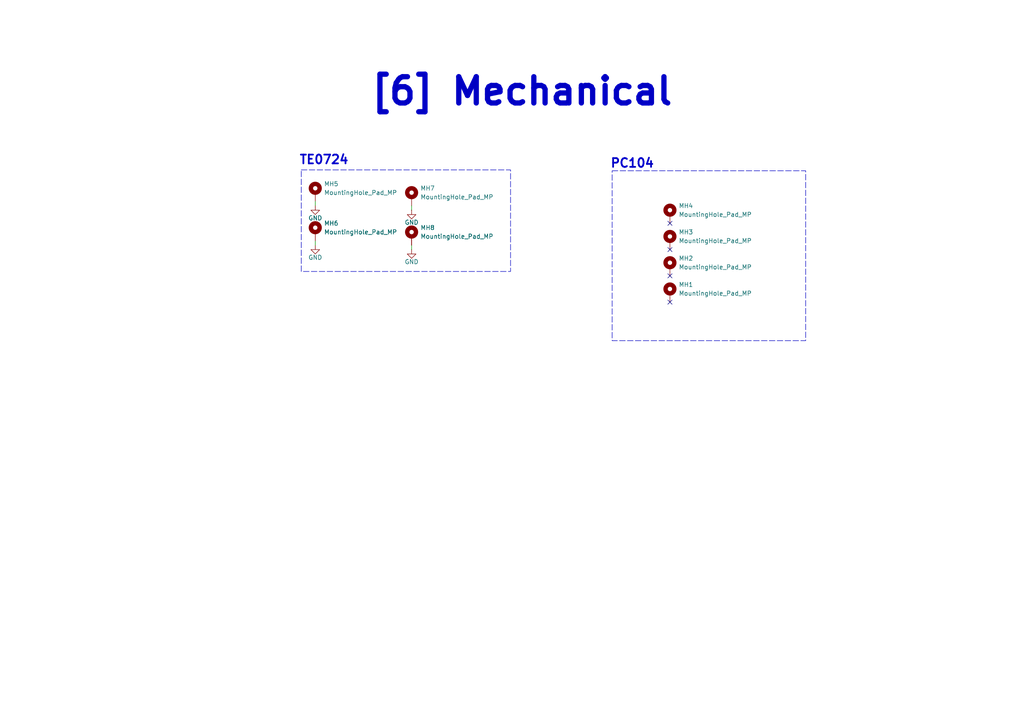
<source format=kicad_sch>
(kicad_sch (version 20250114) (generator "eeschema") (generator_version "9.0")
  (paper "A4")
  (lib_symbols
    (symbol "Mechanical:MountingHole_Pad_MP" (pin_numbers (hide yes)) (pin_names (offset 1.016) (hide yes)) (in_bom no)
      (property "Reference" "H" (at 0 6.35 0))
      (property "Value" "MountingHole_Pad_MP" (at 0 4.445 0))
      (symbol "MountingHole_Pad_MP_0_1"
        (circle (center 0 1.27) (radius 1.27) (stroke (width 1.27)))
      )
      (symbol "MountingHole_Pad_MP_1_1"
        (pin input line (at 0 -2.54 90) (length 2.54) (name "MP") (number "MP"))
      )
    )
    (symbol "power:GND" (power) (pin_numbers (hide yes)) (pin_names (offset 0) (hide yes))
      (property "Value" "GND" (at 0 -3.81 0))
      (symbol "GND_0_1"
        (polyline (pts (xy 0 0) (xy 0 -1.27) (xy 1.27 -1.27) (xy 0 -2.54) (xy -1.27 -1.27) (xy 0 -1.27)))
      )
      (symbol "GND_1_1"
        (pin power_in line (at 0 0 270) (length 0) (name "~") (number "1"))
      )
    )
  )
  (rectangle (start 87.376 49.276) (end 148.082 78.74) (stroke (width 0) (type dash)))
  (rectangle (start 177.546 49.53) (end 233.68 98.806) (stroke (width 0) (type dash)))
  (text "PC104" (at 183.388 47.498 0) (effects (font (size 2.54 2.54) (thickness 0.508) (bold yes))))
  (text "[6] Mechanical" (at 151.384 26.67 0) (effects (font (size 7.62 7.62) (thickness 1.524) (bold yes))))
  (text "TE0724" (at 93.98 46.482 0) (effects (font (size 2.54 2.54) (thickness 0.508) (bold yes))))
  (no_connect (at 194.31 80.01))
  (no_connect (at 194.31 87.63))
  (no_connect (at 194.31 64.77))
  (no_connect (at 194.31 72.39))
  (wire (pts (xy 119.38 72.39) (xy 119.38 71.12)))
  (wire (pts (xy 91.44 59.69) (xy 91.44 58.42)))
  (wire (pts (xy 119.38 60.96) (xy 119.38 59.69)))
  (wire (pts (xy 91.44 71.12) (xy 91.44 69.85)))
  (symbol (lib_id "power:GND") (at 119.38 60.96 0) (unit 1)
    (property "Reference" "#PWR035" (effects (hide yes)))
    (property "Value" "GND" (at 119.38 64.516 0))
    (property "Description" "Power symbol creates a global label with name \"GND\" , ground" (effects (hide yes)))
  )
  (symbol (lib_id "Mechanical:MountingHole_Pad_MP") (at 194.31 85.09 0) (unit 1) (in_bom no)
    (property "Reference" "MH1" (at 196.85 82.5499 0) (effects (justify left)))
    (property "Value" "MountingHole_Pad_MP" (at 196.85 85.0899 0) (effects (justify left)))
    (property "Footprint" "adapter:MountingHole_3.18mm_6.35mm_Pad" (effects (hide yes)))
    (property "Description" "Mounting Hole with connection as pad named MP" (effects (hide yes)))
  )
  (symbol (lib_id "Mechanical:MountingHole_Pad_MP") (at 119.38 57.15 0) (unit 1) (in_bom no)
    (property "Reference" "MH7" (at 121.92 54.6099 0) (effects (justify left)))
    (property "Value" "MountingHole_Pad_MP" (at 121.92 57.1499 0) (effects (justify left)))
    (property "Footprint" "MountingHole:MountingHole_2.2mm_M2_Pad_Via" (effects (hide yes)))
    (property "Description" "Mounting Hole with connection as pad named MP" (effects (hide yes)))
  )
  (symbol (lib_id "Mechanical:MountingHole_Pad_MP") (at 119.38 68.58 0) (unit 1) (in_bom no)
    (property "Reference" "MH8" (at 121.92 66.0399 0) (effects (justify left)))
    (property "Value" "MountingHole_Pad_MP" (at 121.92 68.5799 0) (effects (justify left)))
    (property "Footprint" "MountingHole:MountingHole_2.2mm_M2_Pad_Via" (effects (hide yes)))
    (property "Description" "Mounting Hole with connection as pad named MP" (effects (hide yes)))
  )
  (symbol (lib_id "Mechanical:MountingHole_Pad_MP") (at 194.31 69.85 0) (unit 1) (in_bom no)
    (property "Reference" "MH3" (at 196.85 67.3099 0) (effects (justify left)))
    (property "Value" "MountingHole_Pad_MP" (at 196.85 69.8499 0) (effects (justify left)))
    (property "Footprint" "adapter:MountingHole_3.18mm_6.35mm_Pad" (effects (hide yes)))
    (property "Description" "Mounting Hole with connection as pad named MP" (effects (hide yes)))
  )
  (symbol (lib_id "power:GND") (at 91.44 59.69 0) (unit 1)
    (property "Reference" "#PWR031" (effects (hide yes)))
    (property "Value" "GND" (at 91.44 63.246 0))
    (property "Description" "Power symbol creates a global label with name \"GND\" , ground" (effects (hide yes)))
  )
  (symbol (lib_id "power:GND") (at 91.44 71.12 0) (unit 1)
    (property "Reference" "#PWR034" (effects (hide yes)))
    (property "Value" "GND" (at 91.44 74.676 0))
    (property "Description" "Power symbol creates a global label with name \"GND\" , ground" (effects (hide yes)))
  )
  (symbol (lib_id "Mechanical:MountingHole_Pad_MP") (at 91.44 55.88 0) (unit 1) (in_bom no)
    (property "Reference" "MH5" (at 93.98 53.3399 0) (effects (justify left)))
    (property "Value" "MountingHole_Pad_MP" (at 93.98 55.8799 0) (effects (justify left)))
    (property "Footprint" "MountingHole:MountingHole_2.2mm_M2_Pad_Via" (effects (hide yes)))
    (property "Description" "Mounting Hole with connection as pad named MP" (effects (hide yes)))
  )
  (symbol (lib_id "Mechanical:MountingHole_Pad_MP") (at 194.31 77.47 0) (unit 1) (in_bom no)
    (property "Reference" "MH2" (at 196.85 74.9299 0) (effects (justify left)))
    (property "Value" "MountingHole_Pad_MP" (at 196.85 77.4699 0) (effects (justify left)))
    (property "Footprint" "adapter:MountingHole_3.18mm_6.35mm_Pad" (effects (hide yes)))
    (property "Description" "Mounting Hole with connection as pad named MP" (effects (hide yes)))
  )
  (symbol (lib_id "Mechanical:MountingHole_Pad_MP") (at 194.31 62.23 0) (unit 1) (in_bom no)
    (property "Reference" "MH4" (at 196.85 59.6899 0) (effects (justify left)))
    (property "Value" "MountingHole_Pad_MP" (at 196.85 62.2299 0) (effects (justify left)))
    (property "Footprint" "adapter:MountingHole_3.18mm_6.35mm_Pad" (effects (hide yes)))
    (property "Description" "Mounting Hole with connection as pad named MP" (effects (hide yes)))
  )
  (symbol (lib_id "power:GND") (at 119.38 72.39 0) (unit 1)
    (property "Reference" "#PWR038" (effects (hide yes)))
    (property "Value" "GND" (at 119.38 75.946 0))
    (property "Description" "Power symbol creates a global label with name \"GND\" , ground" (effects (hide yes)))
  )
  (symbol (lib_id "Mechanical:MountingHole_Pad_MP") (at 91.44 67.31 0) (unit 1) (in_bom no)
    (property "Reference" "MH6" (at 93.98 64.7699 0) (effects (justify left)))
    (property "Value" "MountingHole_Pad_MP" (at 93.98 67.3099 0) (effects (justify left)))
    (property "Footprint" "MountingHole:MountingHole_2.2mm_M2_Pad_Via" (effects (hide yes)))
    (property "Description" "Mounting Hole with connection as pad named MP" (effects (hide yes)))
  )
)
</source>
